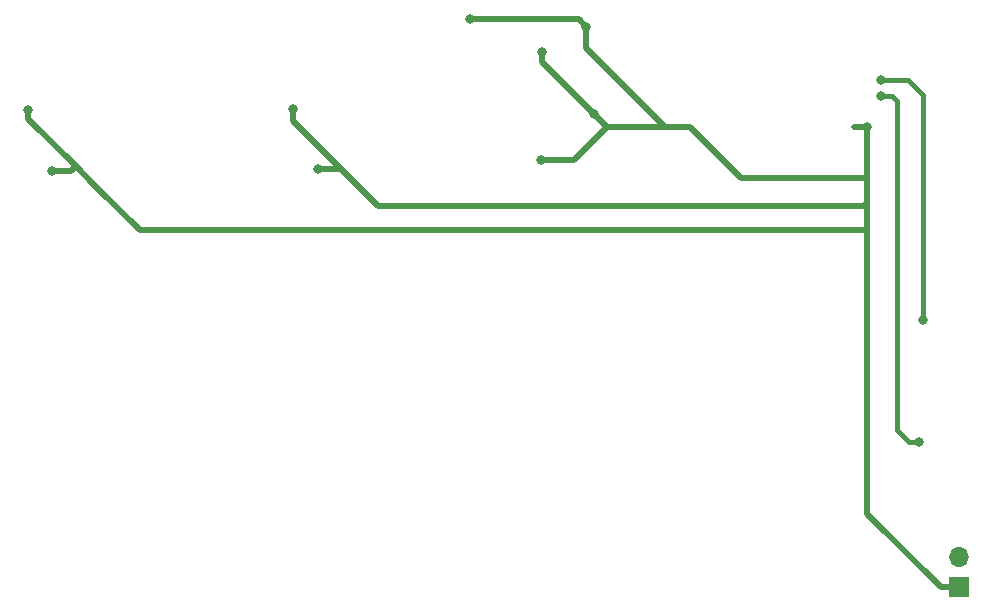
<source format=gbl>
G04 #@! TF.GenerationSoftware,KiCad,Pcbnew,(5.1.9)-1*
G04 #@! TF.CreationDate,2021-04-05T09:06:19-05:00*
G04 #@! TF.ProjectId,altbier_pcb_3d6,616c7462-6965-4725-9f70-63625f336436,2*
G04 #@! TF.SameCoordinates,Original*
G04 #@! TF.FileFunction,Copper,L2,Bot*
G04 #@! TF.FilePolarity,Positive*
%FSLAX46Y46*%
G04 Gerber Fmt 4.6, Leading zero omitted, Abs format (unit mm)*
G04 Created by KiCad (PCBNEW (5.1.9)-1) date 2021-04-05 09:06:19*
%MOMM*%
%LPD*%
G01*
G04 APERTURE LIST*
G04 #@! TA.AperFunction,ComponentPad*
%ADD10R,1.700000X1.700000*%
G04 #@! TD*
G04 #@! TA.AperFunction,ComponentPad*
%ADD11O,1.700000X1.700000*%
G04 #@! TD*
G04 #@! TA.AperFunction,ViaPad*
%ADD12C,0.800000*%
G04 #@! TD*
G04 #@! TA.AperFunction,Conductor*
%ADD13C,0.400000*%
G04 #@! TD*
G04 #@! TA.AperFunction,Conductor*
%ADD14C,0.500000*%
G04 #@! TD*
G04 APERTURE END LIST*
D10*
X203708000Y-112522000D03*
D11*
X203708000Y-109982000D03*
D12*
X197078600Y-69570600D03*
X200660000Y-89916000D03*
X195961000Y-73533000D03*
X147345400Y-72059800D03*
X149402800Y-77139800D03*
X124917200Y-72110600D03*
X126923800Y-77266800D03*
X172821600Y-72466200D03*
X168325800Y-76301600D03*
X172142000Y-65043200D03*
X168402000Y-67208400D03*
X162331400Y-64414400D03*
X200329800Y-100203000D03*
X197101700Y-70944500D03*
D13*
X200660000Y-89916000D02*
X200660000Y-70815200D01*
X199415400Y-69570600D02*
X197078600Y-69570600D01*
X200660000Y-70815200D02*
X199415400Y-69570600D01*
D14*
X203708000Y-112522000D02*
X202158600Y-112522000D01*
X202158600Y-112522000D02*
X195961000Y-106324400D01*
X173888400Y-73533000D02*
X172821600Y-72466200D01*
X171119800Y-76301600D02*
X173888400Y-73533000D01*
X168325800Y-76301600D02*
X171119800Y-76301600D01*
X172142000Y-65043200D02*
X172142000Y-66859000D01*
X178816000Y-73533000D02*
X173888400Y-73533000D01*
X172142000Y-66859000D02*
X178816000Y-73533000D01*
X168402000Y-68046600D02*
X172821600Y-72466200D01*
X168402000Y-67208400D02*
X168402000Y-68046600D01*
X171513200Y-64414400D02*
X172142000Y-65043200D01*
X162331400Y-64414400D02*
X171513200Y-64414400D01*
X195961000Y-73533000D02*
X194792600Y-73533000D01*
X147345400Y-72059800D02*
X147345400Y-73025000D01*
X187198000Y-82296000D02*
X134340600Y-82296000D01*
X124917200Y-72110600D02*
X124917200Y-72872600D01*
X130683000Y-78638400D02*
X130045550Y-78000950D01*
X134340600Y-82296000D02*
X130683000Y-78638400D01*
X187198000Y-82296000D02*
X195961000Y-82296000D01*
X195961000Y-106324400D02*
X195961000Y-82296000D01*
X195707000Y-80238600D02*
X195961000Y-79984600D01*
X154559000Y-80238600D02*
X195707000Y-80238600D01*
X195961000Y-82296000D02*
X195961000Y-79984600D01*
X178816000Y-73533000D02*
X180949600Y-73533000D01*
X185242200Y-77825600D02*
X195961000Y-77825600D01*
X180949600Y-73533000D02*
X185242200Y-77825600D01*
X195961000Y-77825600D02*
X195961000Y-73533000D01*
X195961000Y-79984600D02*
X195961000Y-77825600D01*
X151460200Y-77139800D02*
X151511000Y-77190600D01*
X151511000Y-77190600D02*
X154559000Y-80238600D01*
X149402800Y-77139800D02*
X151460200Y-77139800D01*
X147345400Y-73025000D02*
X151511000Y-77190600D01*
X128549400Y-77266800D02*
X128930400Y-76885800D01*
X126923800Y-77266800D02*
X128549400Y-77266800D01*
X128930400Y-76885800D02*
X130683000Y-78638400D01*
X124917200Y-72872600D02*
X128930400Y-76885800D01*
D13*
X200329800Y-100203000D02*
X199466200Y-100203000D01*
X199466200Y-100203000D02*
X198424800Y-99161600D01*
X198036500Y-70944500D02*
X197101700Y-70944500D01*
X198424800Y-71332800D02*
X198036500Y-70944500D01*
X198424800Y-99161600D02*
X198424800Y-71332800D01*
M02*

</source>
